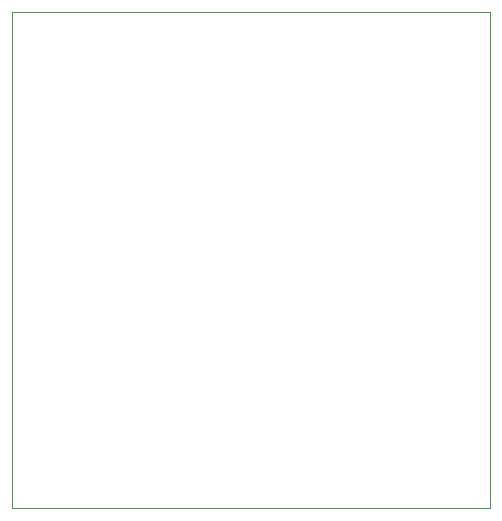
<source format=gbr>
%TF.GenerationSoftware,KiCad,Pcbnew,7.0.1*%
%TF.CreationDate,2023-05-03T15:55:27+02:00*%
%TF.ProjectId,board,626f6172-642e-46b6-9963-61645f706362,rev?*%
%TF.SameCoordinates,Original*%
%TF.FileFunction,Profile,NP*%
%FSLAX46Y46*%
G04 Gerber Fmt 4.6, Leading zero omitted, Abs format (unit mm)*
G04 Created by KiCad (PCBNEW 7.0.1) date 2023-05-03 15:55:27*
%MOMM*%
%LPD*%
G01*
G04 APERTURE LIST*
%TA.AperFunction,Profile*%
%ADD10C,0.050000*%
%TD*%
G04 APERTURE END LIST*
D10*
X217125000Y-61025000D02*
X257560000Y-61025000D01*
X257560000Y-103010000D01*
X217125000Y-103010000D01*
X217125000Y-61025000D01*
M02*

</source>
